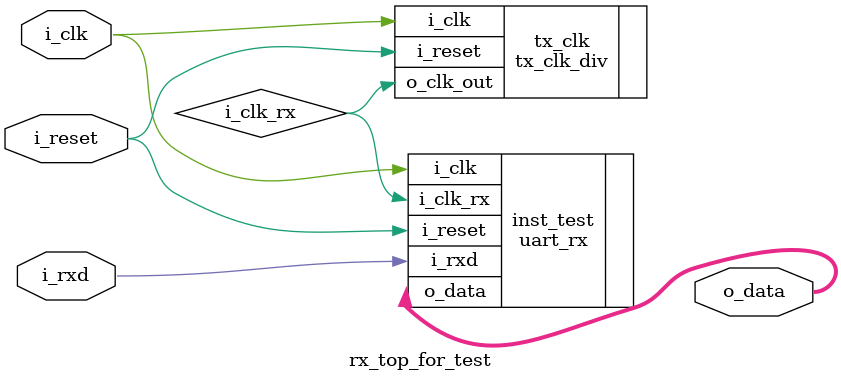
<source format=v>
module rx_top_for_test(
    input i_clk,
    input i_reset,
    input i_rxd,
    output  [7:0] o_data
);

wire i_clk_rx;

uart_rx inst_test(
    .i_clk(i_clk),
    .i_clk_rx(i_clk_rx),
    .i_reset(i_reset),
    .i_rxd(i_rxd),
    .o_data(o_data)
);

tx_clk_div      tx_clk(
    .i_clk(i_clk),
    .i_reset(i_reset),
    .o_clk_out(i_clk_rx)
);

endmodule
</source>
